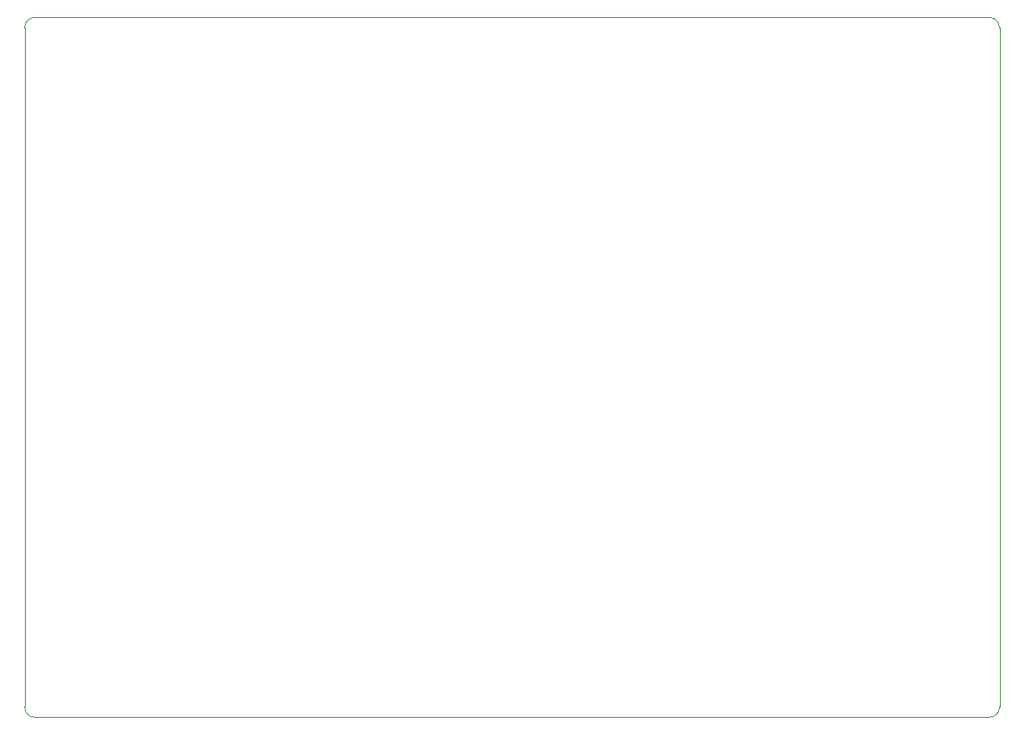
<source format=gm1>
G04 #@! TF.GenerationSoftware,KiCad,Pcbnew,5.1.5-52549c5~84~ubuntu18.04.1*
G04 #@! TF.CreationDate,2020-03-19T13:28:06+05:30*
G04 #@! TF.ProjectId,senseRx_rev1,73656e73-6552-4785-9f72-6576312e6b69,rev?*
G04 #@! TF.SameCoordinates,Original*
G04 #@! TF.FileFunction,Profile,NP*
%FSLAX46Y46*%
G04 Gerber Fmt 4.6, Leading zero omitted, Abs format (unit mm)*
G04 Created by KiCad (PCBNEW 5.1.5-52549c5~84~ubuntu18.04.1) date 2020-03-19 13:28:06*
%MOMM*%
%LPD*%
G04 APERTURE LIST*
%ADD10C,0.050000*%
G04 APERTURE END LIST*
D10*
X97000000Y-98000000D02*
G75*
G02X98000000Y-97000000I1000000J0D01*
G01*
X192000000Y-97000000D02*
G75*
G02X193000000Y-98000000I0J-1000000D01*
G01*
X193000000Y-165000000D02*
G75*
G02X192000000Y-166000000I-1000000J0D01*
G01*
X98000000Y-166000000D02*
G75*
G02X97000000Y-165000000I0J1000000D01*
G01*
X192000000Y-97000000D02*
X98000000Y-97000000D01*
X193000000Y-165000000D02*
X193000000Y-98000000D01*
X98000000Y-166000000D02*
X192000000Y-166000000D01*
X97000000Y-98000000D02*
X97000000Y-165000000D01*
M02*

</source>
